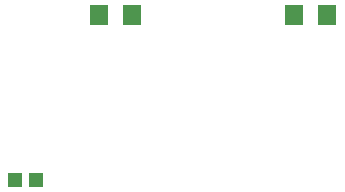
<source format=gbr>
G04 EAGLE Gerber RS-274X export*
G75*
%MOMM*%
%FSLAX34Y34*%
%LPD*%
%INSolderpaste Top*%
%IPPOS*%
%AMOC8*
5,1,8,0,0,1.08239X$1,22.5*%
G01*
%ADD10R,1.600000X1.803000*%
%ADD11R,1.143000X1.270000*%


D10*
X404880Y279400D03*
X433320Y279400D03*
X239780Y279400D03*
X268220Y279400D03*
D11*
X168910Y139700D03*
X186690Y139700D03*
M02*

</source>
